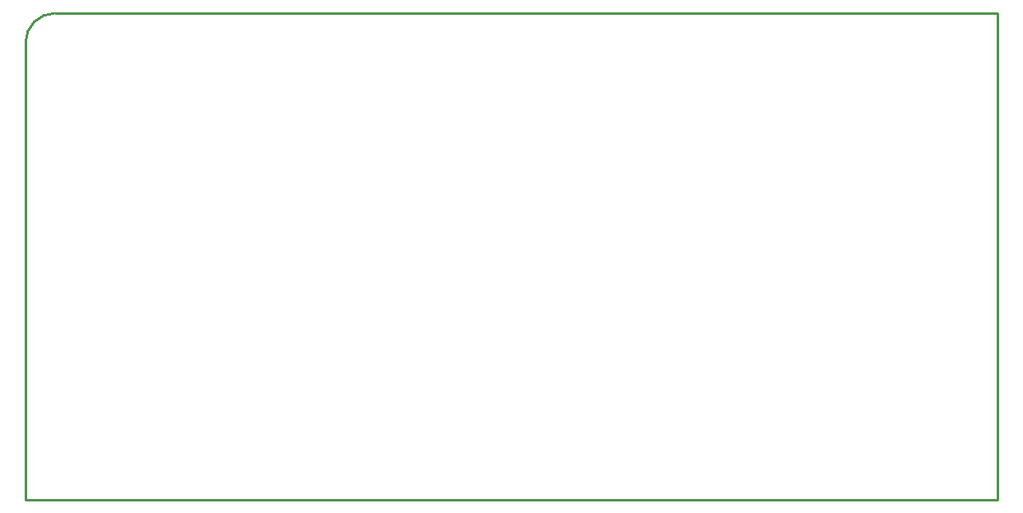
<source format=gko>
G04*
G04 #@! TF.GenerationSoftware,Altium Limited,Altium Designer,19.0.14 (431)*
G04*
G04 Layer_Color=16711935*
%FSLAX25Y25*%
%MOIN*%
G70*
G01*
G75*
%ADD15C,0.01000*%
D15*
X51181Y236221D02*
G03*
X39370Y224410I0J-11811D01*
G01*
X51181Y236221D02*
X433071D01*
X39370Y39370D02*
Y224410D01*
X433071Y39370D02*
Y236221D01*
X39370Y39370D02*
X433071D01*
M02*

</source>
